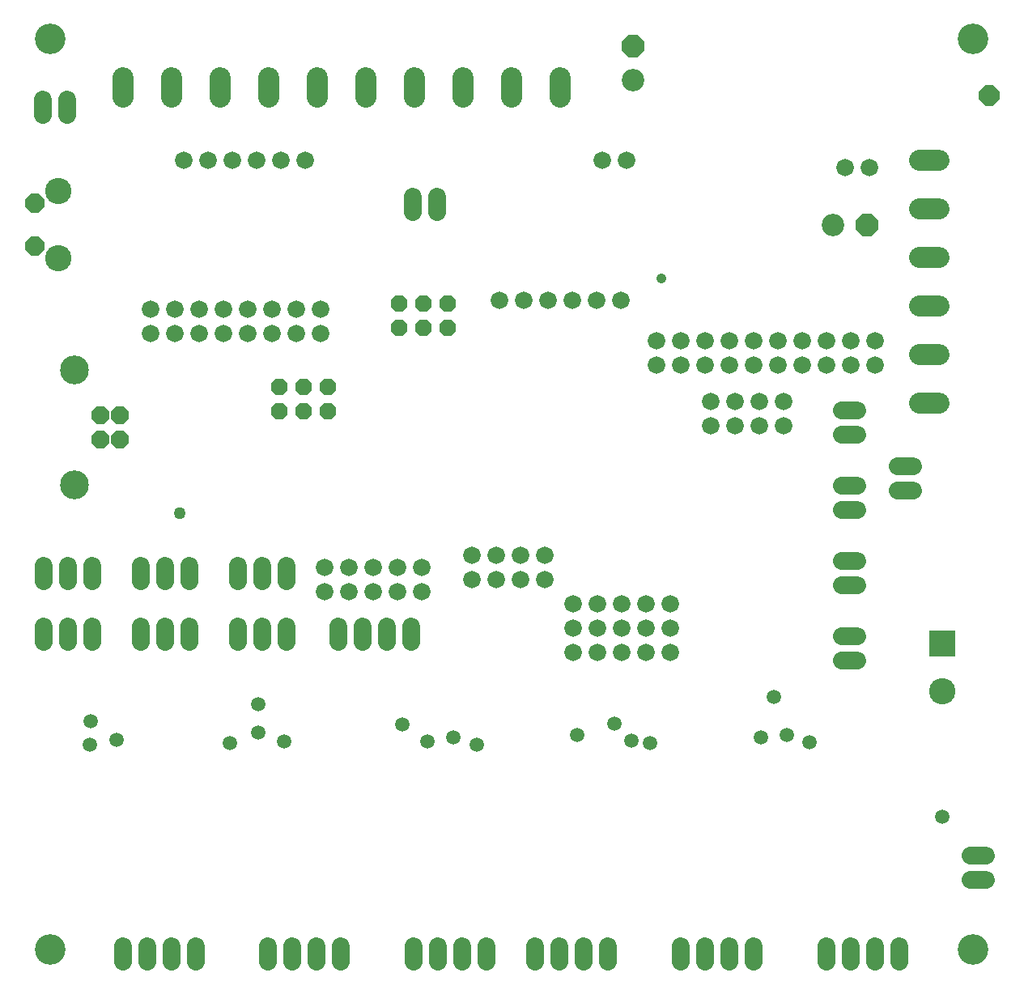
<source format=gbs>
G75*
%MOIN*%
%OFA0B0*%
%FSLAX24Y24*%
%IPPOS*%
%LPD*%
%AMOC8*
5,1,8,0,0,1.08239X$1,22.5*
%
%ADD10OC8,0.0694*%
%ADD11OC8,0.0740*%
%ADD12C,0.1186*%
%ADD13C,0.0720*%
%ADD14OC8,0.0780*%
%ADD15C,0.1080*%
%ADD16C,0.0870*%
%ADD17C,0.0720*%
%ADD18OC8,0.0920*%
%ADD19C,0.0920*%
%ADD20C,0.0596*%
%ADD21OC8,0.0840*%
%ADD22C,0.1261*%
%ADD23R,0.1080X0.1080*%
%ADD24C,0.0496*%
%ADD25C,0.0417*%
D10*
X035495Y030318D03*
X035495Y031318D03*
X036495Y031318D03*
X036495Y030318D03*
X037495Y030318D03*
X037495Y031318D03*
X040445Y033768D03*
X040445Y034768D03*
X041445Y034768D03*
X041445Y033768D03*
X042445Y033768D03*
X042445Y034768D03*
D11*
X028924Y030135D03*
X028137Y030135D03*
X028137Y029151D03*
X028924Y029151D03*
D12*
X027070Y027281D03*
X027070Y032006D03*
D13*
X025820Y021463D02*
X025820Y020823D01*
X026820Y020823D02*
X026820Y021463D01*
X027820Y021463D02*
X027820Y020823D01*
X029820Y020823D02*
X029820Y021463D01*
X030820Y021463D02*
X030820Y020823D01*
X031820Y020823D02*
X031820Y021463D01*
X031820Y023323D02*
X031820Y023963D01*
X030820Y023963D02*
X030820Y023323D01*
X029820Y023323D02*
X029820Y023963D01*
X027820Y023963D02*
X027820Y023323D01*
X026820Y023323D02*
X026820Y023963D01*
X025820Y023963D02*
X025820Y023323D01*
X033820Y023323D02*
X033820Y023963D01*
X034820Y023963D02*
X034820Y023323D01*
X035820Y023323D02*
X035820Y023963D01*
X035820Y021463D02*
X035820Y020823D01*
X034820Y020823D02*
X034820Y021463D01*
X033820Y021463D02*
X033820Y020823D01*
X037937Y020823D02*
X037937Y021463D01*
X038937Y021463D02*
X038937Y020823D01*
X039937Y020823D02*
X039937Y021463D01*
X040937Y021463D02*
X040937Y020823D01*
X041043Y008293D02*
X041043Y007653D01*
X042043Y007653D02*
X042043Y008293D01*
X043043Y008293D02*
X043043Y007653D01*
X044043Y007653D02*
X044043Y008293D01*
X046043Y008293D02*
X046043Y007653D01*
X047043Y007653D02*
X047043Y008293D01*
X048043Y008293D02*
X048043Y007653D01*
X049043Y007653D02*
X049043Y008293D01*
X052043Y008293D02*
X052043Y007653D01*
X053043Y007653D02*
X053043Y008293D01*
X054043Y008293D02*
X054043Y007653D01*
X055043Y007653D02*
X055043Y008293D01*
X058043Y008293D02*
X058043Y007653D01*
X059043Y007653D02*
X059043Y008293D01*
X060043Y008293D02*
X060043Y007653D01*
X061043Y007653D02*
X061043Y008293D01*
X063969Y011016D02*
X064609Y011016D01*
X064609Y012016D02*
X063969Y012016D01*
X059304Y020045D02*
X058664Y020045D01*
X058664Y021045D02*
X059304Y021045D01*
X059304Y023145D02*
X058664Y023145D01*
X058664Y024145D02*
X059304Y024145D01*
X059304Y026245D02*
X058664Y026245D01*
X058664Y027245D02*
X059304Y027245D01*
X059304Y029345D02*
X058664Y029345D01*
X058664Y030345D02*
X059304Y030345D01*
X060971Y028062D02*
X061611Y028062D01*
X061611Y027062D02*
X060971Y027062D01*
X041995Y038523D02*
X041995Y039163D01*
X040995Y039163D02*
X040995Y038523D01*
X026758Y042511D02*
X026758Y043151D01*
X025758Y043151D02*
X025758Y042511D01*
X029070Y008293D02*
X029070Y007653D01*
X030070Y007653D02*
X030070Y008293D01*
X031070Y008293D02*
X031070Y007653D01*
X032070Y007653D02*
X032070Y008293D01*
X035043Y008293D02*
X035043Y007653D01*
X036043Y007653D02*
X036043Y008293D01*
X037043Y008293D02*
X037043Y007653D01*
X038043Y007653D02*
X038043Y008293D01*
D14*
X025430Y037103D03*
X025430Y038883D03*
D15*
X026410Y039373D03*
X026410Y036613D03*
X062820Y018784D03*
D16*
X062665Y030643D02*
X061875Y030643D01*
X061875Y032643D02*
X062665Y032643D01*
X062665Y034643D02*
X061875Y034643D01*
X061875Y036643D02*
X062665Y036643D01*
X062665Y038643D02*
X061875Y038643D01*
X061875Y040643D02*
X062665Y040643D01*
X047070Y043248D02*
X047070Y044038D01*
X045070Y044038D02*
X045070Y043248D01*
X043070Y043248D02*
X043070Y044038D01*
X041070Y044038D02*
X041070Y043248D01*
X039070Y043248D02*
X039070Y044038D01*
X037070Y044038D02*
X037070Y043248D01*
X035070Y043248D02*
X035070Y044038D01*
X033070Y044038D02*
X033070Y043248D01*
X031070Y043248D02*
X031070Y044038D01*
X029070Y044038D02*
X029070Y043248D01*
D17*
X031570Y040643D03*
X032570Y040643D03*
X033570Y040643D03*
X034570Y040643D03*
X035570Y040643D03*
X036570Y040643D03*
X036195Y034518D03*
X036195Y033518D03*
X035195Y033518D03*
X035195Y034518D03*
X034195Y034518D03*
X034195Y033518D03*
X033195Y033518D03*
X032195Y033518D03*
X032195Y034518D03*
X033195Y034518D03*
X031195Y034518D03*
X031195Y033518D03*
X030195Y033518D03*
X030195Y034518D03*
X037195Y034518D03*
X037195Y033518D03*
X044570Y034893D03*
X045570Y034893D03*
X046570Y034893D03*
X047570Y034893D03*
X048570Y034893D03*
X049570Y034893D03*
X051027Y033215D03*
X051027Y032215D03*
X052027Y032215D03*
X053027Y032215D03*
X053027Y033215D03*
X052027Y033215D03*
X054027Y033215D03*
X054027Y032215D03*
X055027Y032215D03*
X055027Y033215D03*
X056027Y033215D03*
X056027Y032215D03*
X057027Y032215D03*
X058027Y032215D03*
X058027Y033215D03*
X057027Y033215D03*
X059027Y033215D03*
X059027Y032215D03*
X060027Y032215D03*
X060027Y033215D03*
X056277Y030715D03*
X056277Y029715D03*
X055277Y029715D03*
X055277Y030715D03*
X054277Y030715D03*
X054277Y029715D03*
X053277Y029715D03*
X053277Y030715D03*
X051620Y022399D03*
X051620Y021399D03*
X051620Y020399D03*
X050620Y020399D03*
X050620Y021399D03*
X050620Y022399D03*
X049620Y022399D03*
X049620Y021399D03*
X049620Y020399D03*
X048620Y020399D03*
X047620Y020399D03*
X047620Y021399D03*
X048620Y021399D03*
X048620Y022399D03*
X047620Y022399D03*
X046445Y023393D03*
X046445Y024393D03*
X045445Y024393D03*
X045445Y023393D03*
X044445Y023393D03*
X043445Y023393D03*
X043445Y024393D03*
X044445Y024393D03*
X041359Y023893D03*
X041359Y022893D03*
X040359Y022893D03*
X039359Y022893D03*
X039359Y023893D03*
X040359Y023893D03*
X038359Y023893D03*
X037359Y023893D03*
X037359Y022893D03*
X038359Y022893D03*
X048820Y040643D03*
X049820Y040643D03*
X058820Y040343D03*
X059820Y040343D03*
D18*
X059695Y037993D03*
X050070Y045343D03*
D19*
X050070Y043943D03*
X058295Y037993D03*
D20*
X055866Y018556D03*
X056404Y016978D03*
X057344Y016701D03*
X055345Y016893D03*
X050759Y016639D03*
X050001Y016748D03*
X049308Y017443D03*
X047783Y016993D03*
X043645Y016581D03*
X042684Y016884D03*
X041591Y016720D03*
X040583Y017420D03*
X035704Y016731D03*
X034639Y017079D03*
X034633Y018243D03*
X033463Y016653D03*
X028806Y016796D03*
X027720Y016593D03*
X027731Y017537D03*
X062788Y013618D03*
D21*
X064724Y043305D03*
D22*
X064070Y045643D03*
X064070Y008143D03*
X026070Y008143D03*
X026070Y045643D03*
D23*
X062820Y020753D03*
D24*
X031395Y026118D03*
D25*
X051252Y035793D03*
M02*

</source>
